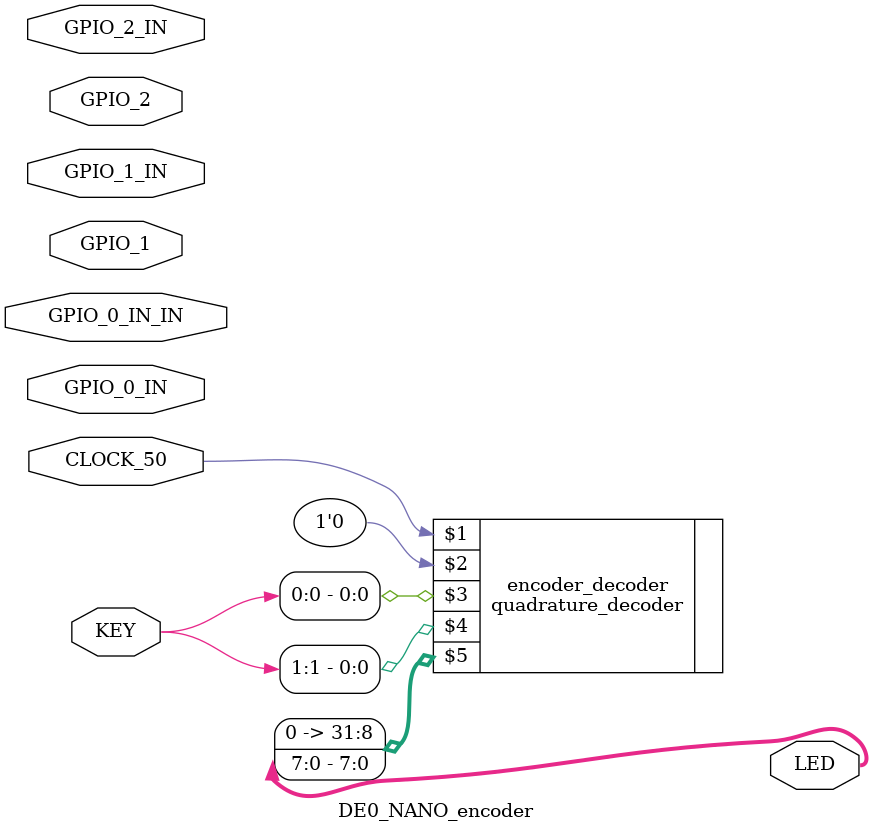
<source format=sv>


module DE0_NANO_encoder(

	//////////// CLOCK //////////
	CLOCK_50,

	//////////// LED //////////
	LED,

	//////////// KEY //////////
	KEY,

	//////////// 2x13 GPIO Header //////////
	GPIO_2,
	GPIO_2_IN,

	//////////// GPIO_0, GPIO_0 connect to GPIO Default //////////
	GPIO_0_IN,
	GPIO_0_IN_IN,

	//////////// GPIO_1, GPIO_1 connect to GPIO Default //////////
	GPIO_1,
	GPIO_1_IN 
);

//=======================================================
//  PARAMETER declarations
//=======================================================


//=======================================================
//  PORT declarations
//=======================================================

//////////// CLOCK //////////
input 		          		CLOCK_50;

//////////// LED //////////
output		     [7:0]		LED;

//////////// KEY //////////
input 		     [1:0]		KEY;

//////////// 2x13 GPIO Header //////////
inout 		    [12:0]		GPIO_2;
input 		     [2:0]		GPIO_2_IN;

//////////// GPIO_0, GPIO_0 connect to GPIO Default //////////
inout 		    [33:0]		GPIO_0_IN;
input 		     [1:0]		GPIO_0_IN_IN;

//////////// GPIO_1, GPIO_1 connect to GPIO Default //////////
inout 		    [33:0]		GPIO_1;
input 		     [1:0]		GPIO_1_IN;


//=======================================================
//  REG/WIRE declarations
//=======================================================




//=======================================================
//  Structural coding
//=======================================================

quadrature_decoder encoder_decoder (CLOCK_50, 1'b0, KEY[0], KEY[1], {24'b0, LED});

endmodule

</source>
